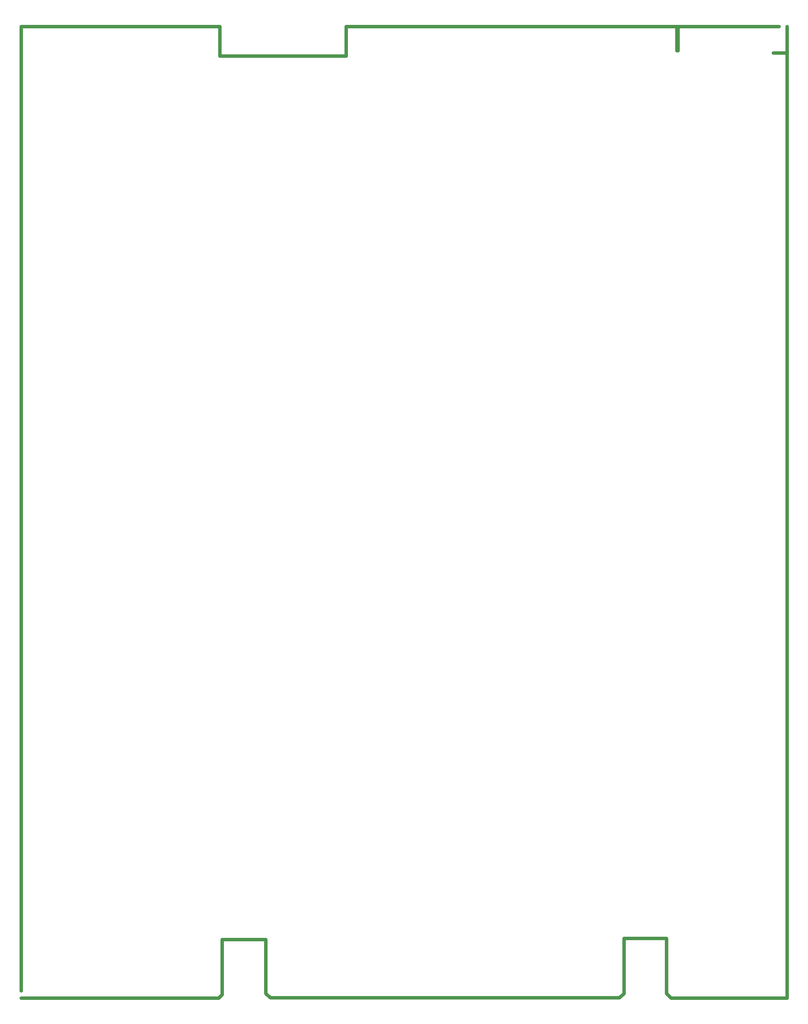
<source format=gbr>
%TF.GenerationSoftware,KiCad,Pcbnew,6.0.11-2627ca5db0~126~ubuntu22.04.1*%
%TF.CreationDate,2023-05-13T09:43:47-04:00*%
%TF.ProjectId,coleco_original_main_only,636f6c65-636f-45f6-9f72-6967696e616c,DEV*%
%TF.SameCoordinates,Original*%
%TF.FileFunction,Other,User*%
%FSLAX46Y46*%
G04 Gerber Fmt 4.6, Leading zero omitted, Abs format (unit mm)*
G04 Created by KiCad (PCBNEW 6.0.11-2627ca5db0~126~ubuntu22.04.1) date 2023-05-13 09:43:47*
%MOMM*%
%LPD*%
G01*
G04 APERTURE LIST*
%ADD10C,0.800000*%
G04 APERTURE END LIST*
D10*
X165862000Y-217563000D02*
X165862000Y-229501000D01*
X165862000Y-229501000D02*
X165862000Y-229755000D01*
X168148000Y-21221000D02*
X168148000Y-16141000D01*
X168402000Y-21221000D02*
X168148000Y-21221000D01*
X67564000Y-230009000D02*
X67564000Y-217817000D01*
X67564000Y-217817000D02*
X77216000Y-217817000D01*
X67056000Y-15887000D02*
X23114000Y-15887000D01*
X156464000Y-229755000D02*
X156464000Y-217563000D01*
X94996000Y-22457000D02*
X67056000Y-22457000D01*
X77216000Y-217817000D02*
X77216000Y-229755000D01*
X77216000Y-229501000D02*
X77216000Y-229755000D01*
X190788000Y-15887000D02*
X168656000Y-15887000D01*
X67056000Y-22457000D02*
X67056000Y-15887000D01*
X66802000Y-230771000D02*
X67564000Y-230009000D01*
X156464000Y-217563000D02*
X165862000Y-217563000D01*
X94996000Y-15887000D02*
X94996000Y-22457000D01*
X168402000Y-15887000D02*
X168402000Y-21221000D01*
X192532000Y-21729000D02*
X192532000Y-15887000D01*
X155482000Y-230737000D02*
X156464000Y-229755000D01*
X165862000Y-229755000D02*
X166878000Y-230771000D01*
X168656000Y-15887000D02*
X168402000Y-15887000D01*
X192532000Y-21729000D02*
X189484000Y-21729000D01*
X166878000Y-230771000D02*
X192532000Y-230771000D01*
X23114000Y-15887000D02*
X23148000Y-229213000D01*
X23114000Y-230771000D02*
X66802000Y-230771000D01*
X168148000Y-15887000D02*
X94996000Y-15887000D01*
X78266000Y-230737000D02*
X77216000Y-229755000D01*
X192532000Y-230771000D02*
X192532000Y-21729000D01*
X78266000Y-230737000D02*
X155482000Y-230737000D01*
M02*

</source>
